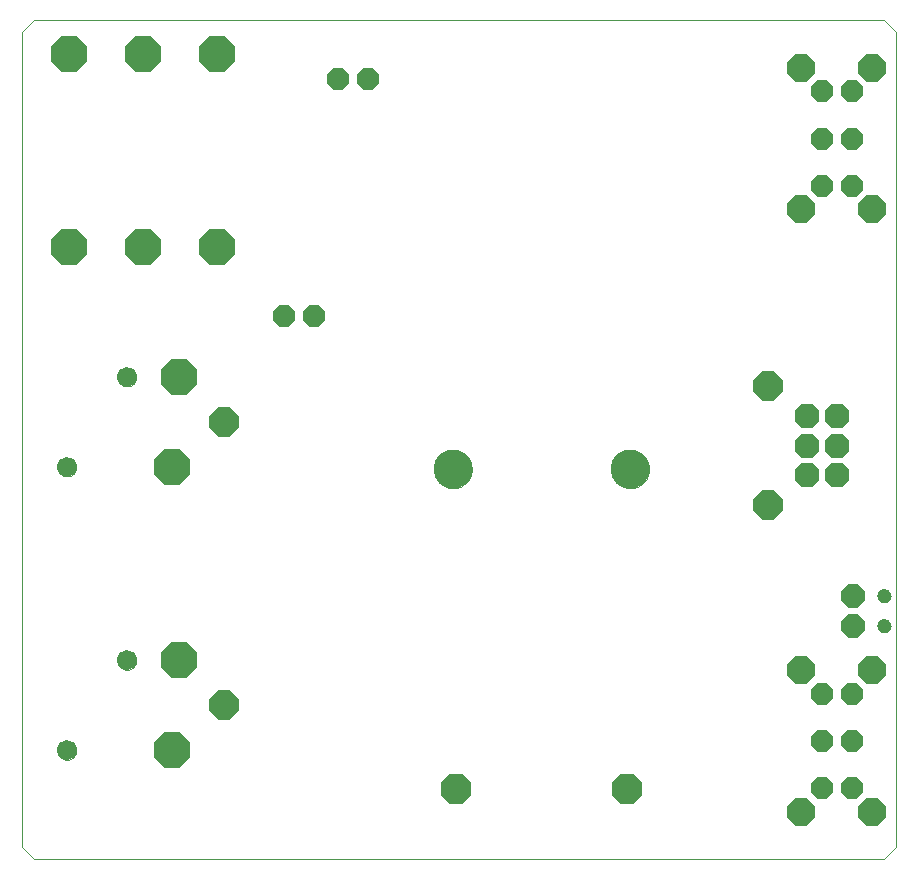
<source format=gts>
G75*
G70*
%OFA0B0*%
%FSLAX24Y24*%
%IPPOS*%
%LPD*%
%AMOC8*
5,1,8,0,0,1.08239X$1,22.5*
%
%ADD10C,0.0000*%
%ADD11C,0.0670*%
%ADD12OC8,0.1221*%
%ADD13OC8,0.0985*%
%ADD14C,0.1300*%
%ADD15OC8,0.1024*%
%ADD16OC8,0.0827*%
%ADD17OC8,0.0749*%
%ADD18OC8,0.0906*%
%ADD19OC8,0.0788*%
%ADD20C,0.0473*%
%ADD21OC8,0.0740*%
D10*
X003683Y003275D02*
X004076Y002881D01*
X032423Y002881D01*
X032817Y003275D01*
X032817Y030441D01*
X032423Y030834D01*
X004076Y030834D01*
X003683Y030441D01*
X003683Y003275D01*
X004868Y006500D02*
X004870Y006535D01*
X004876Y006570D01*
X004886Y006604D01*
X004899Y006637D01*
X004916Y006668D01*
X004937Y006696D01*
X004960Y006723D01*
X004987Y006746D01*
X005015Y006767D01*
X005046Y006784D01*
X005079Y006797D01*
X005113Y006807D01*
X005148Y006813D01*
X005183Y006815D01*
X005218Y006813D01*
X005253Y006807D01*
X005287Y006797D01*
X005320Y006784D01*
X005351Y006767D01*
X005379Y006746D01*
X005406Y006723D01*
X005429Y006696D01*
X005450Y006668D01*
X005467Y006637D01*
X005480Y006604D01*
X005490Y006570D01*
X005496Y006535D01*
X005498Y006500D01*
X005496Y006465D01*
X005490Y006430D01*
X005480Y006396D01*
X005467Y006363D01*
X005450Y006332D01*
X005429Y006304D01*
X005406Y006277D01*
X005379Y006254D01*
X005351Y006233D01*
X005320Y006216D01*
X005287Y006203D01*
X005253Y006193D01*
X005218Y006187D01*
X005183Y006185D01*
X005148Y006187D01*
X005113Y006193D01*
X005079Y006203D01*
X005046Y006216D01*
X005015Y006233D01*
X004987Y006254D01*
X004960Y006277D01*
X004937Y006304D01*
X004916Y006332D01*
X004899Y006363D01*
X004886Y006396D01*
X004876Y006430D01*
X004870Y006465D01*
X004868Y006500D01*
X006868Y009500D02*
X006870Y009535D01*
X006876Y009570D01*
X006886Y009604D01*
X006899Y009637D01*
X006916Y009668D01*
X006937Y009696D01*
X006960Y009723D01*
X006987Y009746D01*
X007015Y009767D01*
X007046Y009784D01*
X007079Y009797D01*
X007113Y009807D01*
X007148Y009813D01*
X007183Y009815D01*
X007218Y009813D01*
X007253Y009807D01*
X007287Y009797D01*
X007320Y009784D01*
X007351Y009767D01*
X007379Y009746D01*
X007406Y009723D01*
X007429Y009696D01*
X007450Y009668D01*
X007467Y009637D01*
X007480Y009604D01*
X007490Y009570D01*
X007496Y009535D01*
X007498Y009500D01*
X007496Y009465D01*
X007490Y009430D01*
X007480Y009396D01*
X007467Y009363D01*
X007450Y009332D01*
X007429Y009304D01*
X007406Y009277D01*
X007379Y009254D01*
X007351Y009233D01*
X007320Y009216D01*
X007287Y009203D01*
X007253Y009193D01*
X007218Y009187D01*
X007183Y009185D01*
X007148Y009187D01*
X007113Y009193D01*
X007079Y009203D01*
X007046Y009216D01*
X007015Y009233D01*
X006987Y009254D01*
X006960Y009277D01*
X006937Y009304D01*
X006916Y009332D01*
X006899Y009363D01*
X006886Y009396D01*
X006876Y009430D01*
X006870Y009465D01*
X006868Y009500D01*
X004868Y015948D02*
X004870Y015983D01*
X004876Y016018D01*
X004886Y016052D01*
X004899Y016085D01*
X004916Y016116D01*
X004937Y016144D01*
X004960Y016171D01*
X004987Y016194D01*
X005015Y016215D01*
X005046Y016232D01*
X005079Y016245D01*
X005113Y016255D01*
X005148Y016261D01*
X005183Y016263D01*
X005218Y016261D01*
X005253Y016255D01*
X005287Y016245D01*
X005320Y016232D01*
X005351Y016215D01*
X005379Y016194D01*
X005406Y016171D01*
X005429Y016144D01*
X005450Y016116D01*
X005467Y016085D01*
X005480Y016052D01*
X005490Y016018D01*
X005496Y015983D01*
X005498Y015948D01*
X005496Y015913D01*
X005490Y015878D01*
X005480Y015844D01*
X005467Y015811D01*
X005450Y015780D01*
X005429Y015752D01*
X005406Y015725D01*
X005379Y015702D01*
X005351Y015681D01*
X005320Y015664D01*
X005287Y015651D01*
X005253Y015641D01*
X005218Y015635D01*
X005183Y015633D01*
X005148Y015635D01*
X005113Y015641D01*
X005079Y015651D01*
X005046Y015664D01*
X005015Y015681D01*
X004987Y015702D01*
X004960Y015725D01*
X004937Y015752D01*
X004916Y015780D01*
X004899Y015811D01*
X004886Y015844D01*
X004876Y015878D01*
X004870Y015913D01*
X004868Y015948D01*
X006868Y018948D02*
X006870Y018983D01*
X006876Y019018D01*
X006886Y019052D01*
X006899Y019085D01*
X006916Y019116D01*
X006937Y019144D01*
X006960Y019171D01*
X006987Y019194D01*
X007015Y019215D01*
X007046Y019232D01*
X007079Y019245D01*
X007113Y019255D01*
X007148Y019261D01*
X007183Y019263D01*
X007218Y019261D01*
X007253Y019255D01*
X007287Y019245D01*
X007320Y019232D01*
X007351Y019215D01*
X007379Y019194D01*
X007406Y019171D01*
X007429Y019144D01*
X007450Y019116D01*
X007467Y019085D01*
X007480Y019052D01*
X007490Y019018D01*
X007496Y018983D01*
X007498Y018948D01*
X007496Y018913D01*
X007490Y018878D01*
X007480Y018844D01*
X007467Y018811D01*
X007450Y018780D01*
X007429Y018752D01*
X007406Y018725D01*
X007379Y018702D01*
X007351Y018681D01*
X007320Y018664D01*
X007287Y018651D01*
X007253Y018641D01*
X007218Y018635D01*
X007183Y018633D01*
X007148Y018635D01*
X007113Y018641D01*
X007079Y018651D01*
X007046Y018664D01*
X007015Y018681D01*
X006987Y018702D01*
X006960Y018725D01*
X006937Y018752D01*
X006916Y018780D01*
X006899Y018811D01*
X006886Y018844D01*
X006876Y018878D01*
X006870Y018913D01*
X006868Y018948D01*
X017423Y015874D02*
X017425Y015924D01*
X017431Y015974D01*
X017441Y016023D01*
X017455Y016071D01*
X017472Y016118D01*
X017493Y016163D01*
X017518Y016207D01*
X017546Y016248D01*
X017578Y016287D01*
X017612Y016324D01*
X017649Y016358D01*
X017689Y016388D01*
X017731Y016415D01*
X017775Y016439D01*
X017821Y016460D01*
X017868Y016476D01*
X017916Y016489D01*
X017966Y016498D01*
X018015Y016503D01*
X018066Y016504D01*
X018116Y016501D01*
X018165Y016494D01*
X018214Y016483D01*
X018262Y016468D01*
X018308Y016450D01*
X018353Y016428D01*
X018396Y016402D01*
X018437Y016373D01*
X018476Y016341D01*
X018512Y016306D01*
X018544Y016268D01*
X018574Y016228D01*
X018601Y016185D01*
X018624Y016141D01*
X018643Y016095D01*
X018659Y016047D01*
X018671Y015998D01*
X018679Y015949D01*
X018683Y015899D01*
X018683Y015849D01*
X018679Y015799D01*
X018671Y015750D01*
X018659Y015701D01*
X018643Y015653D01*
X018624Y015607D01*
X018601Y015563D01*
X018574Y015520D01*
X018544Y015480D01*
X018512Y015442D01*
X018476Y015407D01*
X018437Y015375D01*
X018396Y015346D01*
X018353Y015320D01*
X018308Y015298D01*
X018262Y015280D01*
X018214Y015265D01*
X018165Y015254D01*
X018116Y015247D01*
X018066Y015244D01*
X018015Y015245D01*
X017966Y015250D01*
X017916Y015259D01*
X017868Y015272D01*
X017821Y015288D01*
X017775Y015309D01*
X017731Y015333D01*
X017689Y015360D01*
X017649Y015390D01*
X017612Y015424D01*
X017578Y015461D01*
X017546Y015500D01*
X017518Y015541D01*
X017493Y015585D01*
X017472Y015630D01*
X017455Y015677D01*
X017441Y015725D01*
X017431Y015774D01*
X017425Y015824D01*
X017423Y015874D01*
X023328Y015874D02*
X023330Y015924D01*
X023336Y015974D01*
X023346Y016023D01*
X023360Y016071D01*
X023377Y016118D01*
X023398Y016163D01*
X023423Y016207D01*
X023451Y016248D01*
X023483Y016287D01*
X023517Y016324D01*
X023554Y016358D01*
X023594Y016388D01*
X023636Y016415D01*
X023680Y016439D01*
X023726Y016460D01*
X023773Y016476D01*
X023821Y016489D01*
X023871Y016498D01*
X023920Y016503D01*
X023971Y016504D01*
X024021Y016501D01*
X024070Y016494D01*
X024119Y016483D01*
X024167Y016468D01*
X024213Y016450D01*
X024258Y016428D01*
X024301Y016402D01*
X024342Y016373D01*
X024381Y016341D01*
X024417Y016306D01*
X024449Y016268D01*
X024479Y016228D01*
X024506Y016185D01*
X024529Y016141D01*
X024548Y016095D01*
X024564Y016047D01*
X024576Y015998D01*
X024584Y015949D01*
X024588Y015899D01*
X024588Y015849D01*
X024584Y015799D01*
X024576Y015750D01*
X024564Y015701D01*
X024548Y015653D01*
X024529Y015607D01*
X024506Y015563D01*
X024479Y015520D01*
X024449Y015480D01*
X024417Y015442D01*
X024381Y015407D01*
X024342Y015375D01*
X024301Y015346D01*
X024258Y015320D01*
X024213Y015298D01*
X024167Y015280D01*
X024119Y015265D01*
X024070Y015254D01*
X024021Y015247D01*
X023971Y015244D01*
X023920Y015245D01*
X023871Y015250D01*
X023821Y015259D01*
X023773Y015272D01*
X023726Y015288D01*
X023680Y015309D01*
X023636Y015333D01*
X023594Y015360D01*
X023554Y015390D01*
X023517Y015424D01*
X023483Y015461D01*
X023451Y015500D01*
X023423Y015541D01*
X023398Y015585D01*
X023377Y015630D01*
X023360Y015677D01*
X023346Y015725D01*
X023336Y015774D01*
X023330Y015824D01*
X023328Y015874D01*
X032206Y011649D02*
X032208Y011678D01*
X032214Y011706D01*
X032223Y011734D01*
X032236Y011760D01*
X032253Y011783D01*
X032272Y011805D01*
X032294Y011824D01*
X032319Y011839D01*
X032345Y011852D01*
X032373Y011860D01*
X032401Y011865D01*
X032430Y011866D01*
X032459Y011863D01*
X032487Y011856D01*
X032514Y011846D01*
X032540Y011832D01*
X032563Y011815D01*
X032584Y011795D01*
X032602Y011772D01*
X032617Y011747D01*
X032628Y011720D01*
X032636Y011692D01*
X032640Y011663D01*
X032640Y011635D01*
X032636Y011606D01*
X032628Y011578D01*
X032617Y011551D01*
X032602Y011526D01*
X032584Y011503D01*
X032563Y011483D01*
X032540Y011466D01*
X032514Y011452D01*
X032487Y011442D01*
X032459Y011435D01*
X032430Y011432D01*
X032401Y011433D01*
X032373Y011438D01*
X032345Y011446D01*
X032319Y011459D01*
X032294Y011474D01*
X032272Y011493D01*
X032253Y011515D01*
X032236Y011538D01*
X032223Y011564D01*
X032214Y011592D01*
X032208Y011620D01*
X032206Y011649D01*
X032206Y010649D02*
X032208Y010678D01*
X032214Y010706D01*
X032223Y010734D01*
X032236Y010760D01*
X032253Y010783D01*
X032272Y010805D01*
X032294Y010824D01*
X032319Y010839D01*
X032345Y010852D01*
X032373Y010860D01*
X032401Y010865D01*
X032430Y010866D01*
X032459Y010863D01*
X032487Y010856D01*
X032514Y010846D01*
X032540Y010832D01*
X032563Y010815D01*
X032584Y010795D01*
X032602Y010772D01*
X032617Y010747D01*
X032628Y010720D01*
X032636Y010692D01*
X032640Y010663D01*
X032640Y010635D01*
X032636Y010606D01*
X032628Y010578D01*
X032617Y010551D01*
X032602Y010526D01*
X032584Y010503D01*
X032563Y010483D01*
X032540Y010466D01*
X032514Y010452D01*
X032487Y010442D01*
X032459Y010435D01*
X032430Y010432D01*
X032401Y010433D01*
X032373Y010438D01*
X032345Y010446D01*
X032319Y010459D01*
X032294Y010474D01*
X032272Y010493D01*
X032253Y010515D01*
X032236Y010538D01*
X032223Y010564D01*
X032214Y010592D01*
X032208Y010620D01*
X032206Y010649D01*
D11*
X007183Y009500D03*
X005183Y006500D03*
X005183Y015948D03*
X007183Y018948D03*
D12*
X008933Y018948D03*
X008683Y015948D03*
X008933Y009500D03*
X008683Y006500D03*
X007718Y023295D03*
X010179Y023295D03*
X005257Y023295D03*
X005257Y029712D03*
X007718Y029712D03*
X010179Y029712D03*
D13*
X010433Y017448D03*
X010433Y008000D03*
X028565Y014673D03*
X028565Y018649D03*
D14*
X023958Y015874D03*
X018053Y015874D03*
D15*
X018151Y005204D03*
X023860Y005204D03*
D16*
X029864Y015677D03*
X029864Y016661D03*
X029864Y017645D03*
X030848Y017645D03*
X030848Y016661D03*
X030848Y015677D03*
D17*
X030356Y008393D03*
X031340Y008393D03*
X031340Y006819D03*
X030356Y006819D03*
X030356Y005244D03*
X031340Y005244D03*
X031340Y025322D03*
X030356Y025322D03*
X030356Y026897D03*
X031340Y026897D03*
X031340Y028472D03*
X030356Y028472D03*
D18*
X029667Y029259D03*
X032029Y029259D03*
X032029Y024535D03*
X029667Y024535D03*
X029667Y009181D03*
X032029Y009181D03*
X032029Y004456D03*
X029667Y004456D03*
D19*
X031399Y010649D03*
X031399Y011649D03*
D20*
X032423Y011649D03*
X032423Y010649D03*
D21*
X013435Y020992D03*
X012435Y020992D03*
X014206Y028866D03*
X015206Y028866D03*
M02*

</source>
